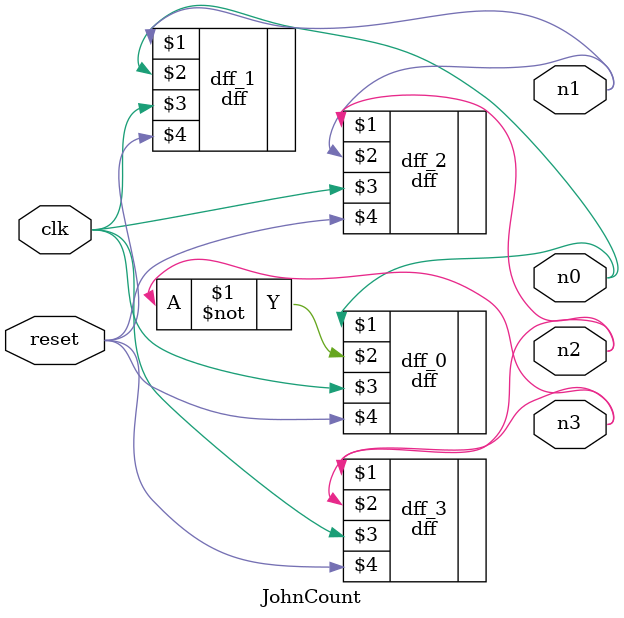
<source format=v>
`include "dff.v"

module JohnCount( n0, n1, n2, n3, clk, reset);

    input clk, reset;
    output n0, n1, n2, n3;
    
    
    
   // assign n3Bar = ~n3;
        
    dff dff_0(n0, (~n3), clk, reset);
    
    dff dff_1(n1, n0, clk, reset);
     
    dff dff_2(n2, n1, clk, reset);
    
    dff dff_3(n3, n2, clk, reset);

endmodule

</source>
